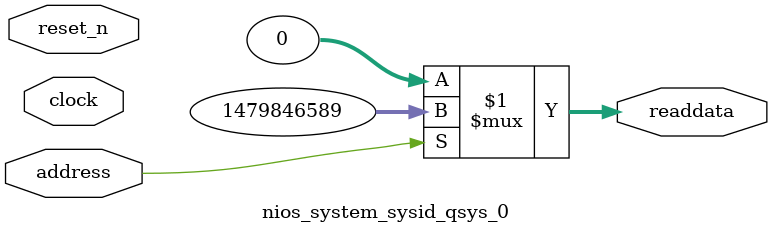
<source format=v>



// synthesis translate_off
`timescale 1ns / 1ps
// synthesis translate_on

// turn off superfluous verilog processor warnings 
// altera message_level Level1 
// altera message_off 10034 10035 10036 10037 10230 10240 10030 

module nios_system_sysid_qsys_0 (
               // inputs:
                address,
                clock,
                reset_n,

               // outputs:
                readdata
             )
;

  output  [ 31: 0] readdata;
  input            address;
  input            clock;
  input            reset_n;

  wire    [ 31: 0] readdata;
  //control_slave, which is an e_avalon_slave
  assign readdata = address ? 1479846589 : 0;

endmodule



</source>
